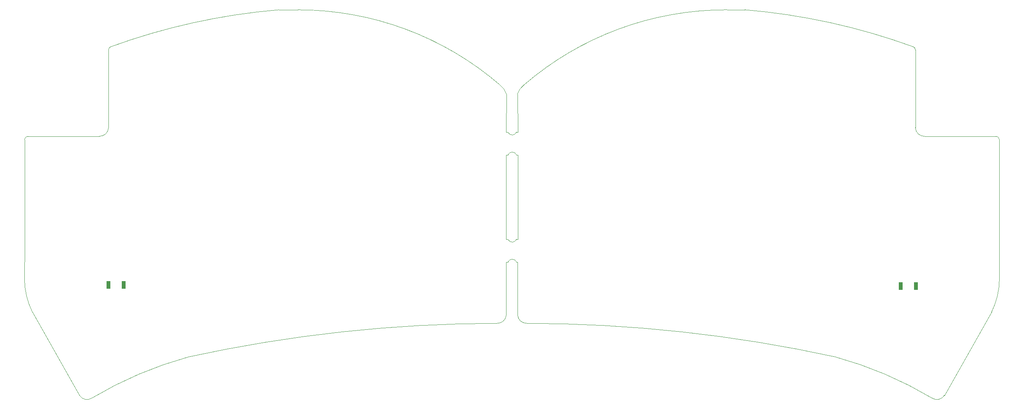
<source format=gtp>
%TF.GenerationSoftware,KiCad,Pcbnew,(6.0.4)*%
%TF.CreationDate,2022-04-16T22:52:17+02:00*%
%TF.ProjectId,sweepv2.1-julien,73776565-7076-4322-9e31-2d6a756c6965,rev?*%
%TF.SameCoordinates,Original*%
%TF.FileFunction,Paste,Top*%
%TF.FilePolarity,Positive*%
%FSLAX46Y46*%
G04 Gerber Fmt 4.6, Leading zero omitted, Abs format (unit mm)*
G04 Created by KiCad (PCBNEW (6.0.4)) date 2022-04-16 22:52:17*
%MOMM*%
%LPD*%
G01*
G04 APERTURE LIST*
%TA.AperFunction,Profile*%
%ADD10C,0.050000*%
%TD*%
%ADD11R,0.900000X1.700000*%
G04 APERTURE END LIST*
D10*
X131508500Y-77724000D02*
X131506000Y-89547024D01*
X219998001Y-47763999D02*
X219998045Y-30439419D01*
X223714000Y-108050000D02*
G75*
G03*
X226446000Y-107451265I1070000J1650000D01*
G01*
X219998002Y-47763999D02*
G75*
G03*
X222033002Y-49694917I1999998J69999D01*
G01*
X219563295Y-29758875D02*
G75*
G03*
X182067777Y-21502679I-49442795J-135273425D01*
G01*
X178120389Y-21508122D02*
G75*
G03*
X132892692Y-38264646I-253989J-68729978D01*
G01*
X238688000Y-50442000D02*
G75*
G03*
X237938000Y-49692000I-750000J0D01*
G01*
X132893000Y-38265000D02*
G75*
G03*
X131466055Y-40278702I2445000J-3245000D01*
G01*
X131506294Y-89547021D02*
G75*
G03*
X133544000Y-91383119I1978006J146421D01*
G01*
X219998002Y-30439419D02*
G75*
G03*
X219563290Y-29758889I-750002J19D01*
G01*
X223714000Y-108050000D02*
G75*
G03*
X202185134Y-98863946I-44316000J-74040000D01*
G01*
X222033002Y-49694917D02*
X237938000Y-49692000D01*
X202185136Y-98863939D02*
G75*
G03*
X133544000Y-91383119I-69219136J-316475461D01*
G01*
X238688000Y-58420000D02*
X238688000Y-66548000D01*
X236953304Y-88858150D02*
X226446000Y-107451265D01*
X236953327Y-88858162D02*
G75*
G03*
X238700000Y-81534000I-15027227J7454062D01*
G01*
X182067777Y-21502679D02*
X178120389Y-21508139D01*
X238688000Y-50442000D02*
X238688000Y-58420000D01*
X131466055Y-40278702D02*
X131572000Y-48768000D01*
X129349500Y-48768000D02*
X128960000Y-48768000D01*
X238688000Y-66548000D02*
X238688000Y-75438000D01*
X238688000Y-75438000D02*
X238700000Y-81534000D01*
X129349500Y-72644000D02*
X128960000Y-72644000D01*
X129349500Y-53848000D02*
X128960000Y-53848000D01*
X129349500Y-77724000D02*
X128960000Y-77724000D01*
X131572000Y-53848000D02*
X131572000Y-72644000D01*
X78412223Y-21502679D02*
X82613611Y-21508139D01*
X21792000Y-50442000D02*
X21792000Y-58420000D01*
X128960000Y-77724000D02*
X128975507Y-89545022D01*
X129013945Y-40278702D02*
G75*
G03*
X127587000Y-38265000I-3871945J-1231298D01*
G01*
X126936000Y-91383122D02*
G75*
G03*
X128975507Y-89545022I59500J1984522D01*
G01*
X40481999Y-47763999D02*
X40481955Y-30439419D01*
X21792000Y-66548000D02*
X21792000Y-73914000D01*
X23526696Y-88858150D02*
X34034000Y-107451265D01*
X38446998Y-49694918D02*
G75*
G03*
X40481999Y-47763999I35002J2000918D01*
G01*
X78412223Y-21502678D02*
G75*
G03*
X40916710Y-29758889I11947327J-143529582D01*
G01*
X126936000Y-91383119D02*
G75*
G03*
X58294866Y-98863946I578050J-323956411D01*
G01*
X21779999Y-81534000D02*
G75*
G03*
X23526696Y-88858150I16773851J129950D01*
G01*
X22542000Y-49692000D02*
G75*
G03*
X21792000Y-50442000I0J-750000D01*
G01*
X38446998Y-49694917D02*
X22542000Y-49692000D01*
X21792000Y-58420000D02*
X21792000Y-66548000D01*
X40916692Y-29758850D02*
G75*
G03*
X40481955Y-30439419I315308J-680550D01*
G01*
X34034000Y-107451265D02*
G75*
G03*
X36766000Y-108050000I1662000J1051265D01*
G01*
X127586989Y-38265013D02*
G75*
G03*
X82613611Y-21508139I-44973389J-51973087D01*
G01*
X58294866Y-98863946D02*
G75*
G03*
X36766000Y-108050000I22787134J-83226054D01*
G01*
X21792000Y-73914000D02*
X21780000Y-81534000D01*
X128960000Y-53848000D02*
X128960000Y-72644000D01*
X129013945Y-40278702D02*
X128960000Y-48768000D01*
X131572000Y-72644000D02*
X131254500Y-72644000D01*
X129349501Y-48767999D02*
G75*
G03*
X131254499Y-48768000I952499J380999D01*
G01*
X131254499Y-77724001D02*
G75*
G03*
X129349501Y-77724000I-952499J-380999D01*
G01*
X131254499Y-53848001D02*
G75*
G03*
X129349501Y-53848000I-952499J-380999D01*
G01*
X131572000Y-48768000D02*
X131254500Y-48768000D01*
X129349501Y-72643999D02*
G75*
G03*
X131254499Y-72644000I952499J380999D01*
G01*
X131508500Y-77724000D02*
X131254500Y-77724000D01*
X131572000Y-53848000D02*
X131254500Y-53848000D01*
D11*
%TO.C,RSW1*%
X216740000Y-83058000D03*
X220140000Y-83058000D03*
%TD*%
%TO.C,RSW2*%
X40464000Y-82804000D03*
X43864000Y-82804000D03*
%TD*%
M02*

</source>
